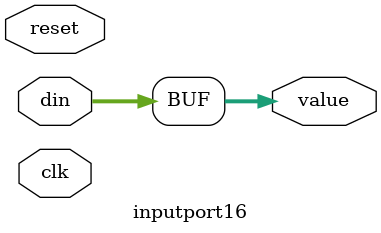
<source format=v>
`default_nettype none

module inputport16
  #(
    parameter WIDTH = 16
    )
   (
    input wire 		  clk,
    input wire 		  reset,

    input wire [WIDTH-1:0] din,
    output wire signed [WIDTH-1:0] value
    );
   
   assign value = din;
  
endmodule

`default_nettype wire

</source>
